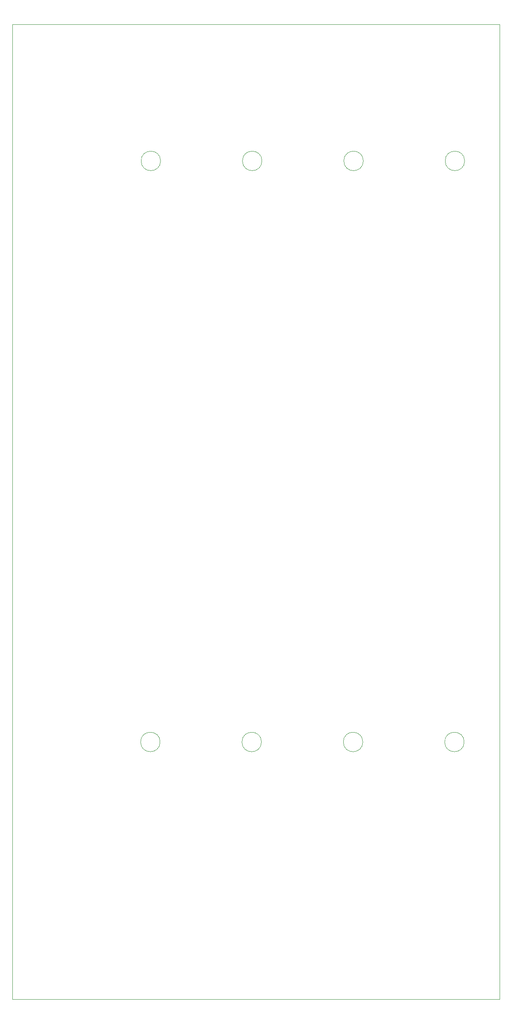
<source format=gbr>
%TF.GenerationSoftware,KiCad,Pcbnew,5.1.8*%
%TF.CreationDate,2020-12-26T20:56:00+01:00*%
%TF.ProjectId,charger2,63686172-6765-4723-922e-6b696361645f,rev?*%
%TF.SameCoordinates,Original*%
%TF.FileFunction,Profile,NP*%
%FSLAX46Y46*%
G04 Gerber Fmt 4.6, Leading zero omitted, Abs format (unit mm)*
G04 Created by KiCad (PCBNEW 5.1.8) date 2020-12-26 20:56:00*
%MOMM*%
%LPD*%
G01*
G04 APERTURE LIST*
%TA.AperFunction,Profile*%
%ADD10C,0.050000*%
%TD*%
%TA.AperFunction,Profile*%
%ADD11C,0.100000*%
%TD*%
G04 APERTURE END LIST*
D10*
X80300000Y-142000000D02*
G75*
G03*
X80300000Y-142000000I-2000000J0D01*
G01*
X38700000Y-142000000D02*
G75*
G03*
X38700000Y-142000000I-2000000J0D01*
G01*
X17900000Y-142000000D02*
G75*
G03*
X17900000Y-142000000I-2000000J0D01*
G01*
X59500000Y-142000000D02*
G75*
G03*
X59500000Y-142000000I-2000000J0D01*
G01*
X18000000Y-22800000D02*
G75*
G03*
X18000000Y-22800000I-2000000J0D01*
G01*
X38800000Y-22800000D02*
G75*
G03*
X38800000Y-22800000I-2000000J0D01*
G01*
X80400000Y-22800000D02*
G75*
G03*
X80400000Y-22800000I-2000000J0D01*
G01*
X59600000Y-22800000D02*
G75*
G03*
X59600000Y-22800000I-2000000J0D01*
G01*
D11*
X87600000Y-194800000D02*
X-12400000Y-194800000D01*
X-12400000Y-194800000D02*
X-12400000Y5200000D01*
X-12400000Y5200000D02*
X87600000Y5200000D01*
X87600000Y5200000D02*
X87600000Y-194800000D01*
M02*

</source>
